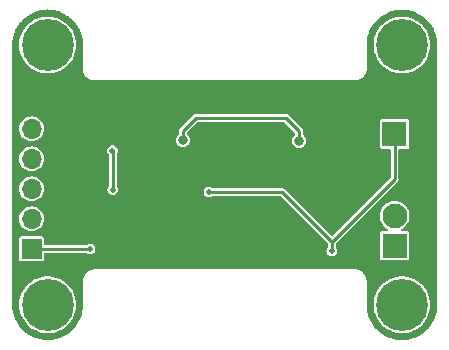
<source format=gbr>
%TF.GenerationSoftware,KiCad,Pcbnew,7.0.2-0*%
%TF.CreationDate,2023-04-20T17:34:09-07:00*%
%TF.ProjectId,RagGuard_V1,52616747-7561-4726-945f-56312e6b6963,rev?*%
%TF.SameCoordinates,Original*%
%TF.FileFunction,Copper,L2,Bot*%
%TF.FilePolarity,Positive*%
%FSLAX46Y46*%
G04 Gerber Fmt 4.6, Leading zero omitted, Abs format (unit mm)*
G04 Created by KiCad (PCBNEW 7.0.2-0) date 2023-04-20 17:34:09*
%MOMM*%
%LPD*%
G01*
G04 APERTURE LIST*
%TA.AperFunction,ComponentPad*%
%ADD10C,2.600000*%
%TD*%
%TA.AperFunction,ConnectorPad*%
%ADD11C,4.400000*%
%TD*%
%TA.AperFunction,ComponentPad*%
%ADD12R,2.100000X2.100000*%
%TD*%
%TA.AperFunction,ComponentPad*%
%ADD13C,2.100000*%
%TD*%
%TA.AperFunction,ComponentPad*%
%ADD14C,0.630000*%
%TD*%
%TA.AperFunction,SMDPad,CuDef*%
%ADD15R,2.600000X3.300000*%
%TD*%
%TA.AperFunction,ComponentPad*%
%ADD16R,1.700000X1.700000*%
%TD*%
%TA.AperFunction,ComponentPad*%
%ADD17O,1.700000X1.700000*%
%TD*%
%TA.AperFunction,ViaPad*%
%ADD18C,0.500000*%
%TD*%
%TA.AperFunction,ViaPad*%
%ADD19C,0.800000*%
%TD*%
%TA.AperFunction,Conductor*%
%ADD20C,0.250000*%
%TD*%
G04 APERTURE END LIST*
D10*
%TO.P,REF\u002A\u002A,1*%
%TO.N,N/C*%
X213000000Y-148000000D03*
D11*
X213000000Y-148000000D03*
%TD*%
D12*
%TO.P,J1,1,Pin_1*%
%TO.N,+12V*%
X212365644Y-133542264D03*
D13*
%TO.P,J1,2,Pin_2*%
%TO.N,GND*%
X212365644Y-131002264D03*
%TD*%
D14*
%TO.P,U3,9,GND*%
%TO.N,GND*%
X201700000Y-140275981D03*
X201700000Y-141575981D03*
X201700000Y-142875981D03*
D15*
X202350000Y-141575981D03*
D14*
X203000000Y-140275981D03*
X203000000Y-141575981D03*
X203000000Y-142875981D03*
%TD*%
D10*
%TO.P,REF\u002A\u002A,1*%
%TO.N,N/C*%
X183000000Y-126000000D03*
D11*
X183000000Y-126000000D03*
%TD*%
D10*
%TO.P,REF\u002A\u002A,1*%
%TO.N,N/C*%
X183000000Y-148000000D03*
D11*
X183000000Y-148000000D03*
%TD*%
D10*
%TO.P,REF\u002A\u002A,1*%
%TO.N,N/C*%
X213000000Y-126000000D03*
D11*
X213000000Y-126000000D03*
%TD*%
D12*
%TO.P,J2,1,Pin_1*%
%TO.N,Net-(J2-Pin_1)*%
X212382475Y-143000000D03*
D13*
%TO.P,J2,2,Pin_2*%
%TO.N,Net-(J2-Pin_2)*%
X212382475Y-140460000D03*
%TD*%
D16*
%TO.P,J4,1,Pin_1*%
%TO.N,+5V*%
X181640422Y-143263047D03*
D17*
%TO.P,J4,2,Pin_2*%
%TO.N,Net-(J4-Pin_2)*%
X181640422Y-140723047D03*
%TO.P,J4,3,Pin_3*%
%TO.N,Net-(J4-Pin_3)*%
X181640422Y-138183047D03*
%TO.P,J4,4,Pin_4*%
%TO.N,Net-(J4-Pin_4)*%
X181640422Y-135643047D03*
%TO.P,J4,5,Pin_5*%
%TO.N,Net-(J4-Pin_5)*%
X181640422Y-133103047D03*
%TO.P,J4,6,Pin_6*%
%TO.N,GND*%
X181640422Y-130563047D03*
%TD*%
D18*
%TO.N,+12V*%
X196654667Y-138442721D03*
X207063296Y-143457739D03*
%TO.N,GND*%
X200804667Y-136261316D03*
X200804667Y-137211316D03*
X198554667Y-137311316D03*
X199454667Y-135411316D03*
X198254667Y-136411316D03*
X198554667Y-135561316D03*
X198254667Y-134711316D03*
D19*
%TO.N,+5V*%
X204304667Y-134111316D03*
D18*
X188491177Y-134945884D03*
D19*
X194454667Y-134061316D03*
D18*
X186592667Y-143267604D03*
X188516233Y-138248416D03*
%TD*%
D20*
%TO.N,+12V*%
X196654667Y-138442721D02*
X196661684Y-138449738D01*
X207063296Y-142689277D02*
X207063296Y-143457739D01*
X202823757Y-138449738D02*
X207063296Y-142689277D01*
X196661684Y-138449738D02*
X202823757Y-138449738D01*
X212382475Y-137370098D02*
X212382475Y-133354763D01*
X207063296Y-142689277D02*
X212382475Y-137370098D01*
%TO.N,+5V*%
X195554667Y-132161316D02*
X203154667Y-132161316D01*
X194454667Y-134061316D02*
X194454667Y-133261316D01*
X186592667Y-143267604D02*
X186588110Y-143263047D01*
X194454667Y-133261316D02*
X195554667Y-132161316D01*
X203154667Y-132161316D02*
X204304667Y-133311316D01*
X186588110Y-143263047D02*
X181640422Y-143263047D01*
X188516233Y-138248416D02*
X188516233Y-134970940D01*
X188516233Y-134970940D02*
X188491177Y-134945884D01*
X204304667Y-133311316D02*
X204304667Y-134111316D01*
%TD*%
%TA.AperFunction,Conductor*%
%TO.N,GND*%
G36*
X183133613Y-123007502D02*
G01*
X183315157Y-123017698D01*
X183325065Y-123018758D01*
X183475647Y-123042608D01*
X183636491Y-123069936D01*
X183645474Y-123071898D01*
X183796693Y-123112418D01*
X183950213Y-123156646D01*
X183958244Y-123159339D01*
X184104991Y-123215670D01*
X184107376Y-123216622D01*
X184246493Y-123274246D01*
X184252662Y-123276801D01*
X184259722Y-123280056D01*
X184400438Y-123351755D01*
X184403372Y-123353312D01*
X184540334Y-123429008D01*
X184546329Y-123432605D01*
X184679181Y-123518881D01*
X184682504Y-123521137D01*
X184784673Y-123593630D01*
X184809788Y-123611450D01*
X184814798Y-123615249D01*
X184934862Y-123712475D01*
X184938050Y-123715056D01*
X184941715Y-123718175D01*
X185057931Y-123822032D01*
X185061967Y-123825847D01*
X185174151Y-123938031D01*
X185177966Y-123942067D01*
X185281823Y-124058283D01*
X185284942Y-124061948D01*
X185384746Y-124185196D01*
X185388548Y-124190210D01*
X185478846Y-124317472D01*
X185481134Y-124320842D01*
X185567382Y-124453652D01*
X185571001Y-124459683D01*
X185646681Y-124596617D01*
X185648243Y-124599560D01*
X185719942Y-124740276D01*
X185723197Y-124747336D01*
X185783376Y-124892622D01*
X185784337Y-124895029D01*
X185840653Y-125041738D01*
X185843359Y-125049809D01*
X185887579Y-125203297D01*
X185928096Y-125354509D01*
X185930067Y-125363537D01*
X185957394Y-125524368D01*
X185981239Y-125674921D01*
X185982301Y-125684853D01*
X185992509Y-125866617D01*
X185999364Y-125997405D01*
X185999500Y-126002586D01*
X185999500Y-127955685D01*
X185996534Y-127964812D01*
X185999023Y-127990081D01*
X185999500Y-127999785D01*
X185999499Y-128087531D01*
X186014541Y-128172837D01*
X186013883Y-128177518D01*
X186015700Y-128183508D01*
X186018458Y-128195054D01*
X186029899Y-128259940D01*
X186065785Y-128358535D01*
X186065964Y-128363687D01*
X186067964Y-128367427D01*
X186073683Y-128380234D01*
X186089773Y-128424441D01*
X186149601Y-128528066D01*
X186150873Y-128534054D01*
X186153094Y-128536760D01*
X186162300Y-128550060D01*
X186177308Y-128576055D01*
X186177309Y-128576057D01*
X186178028Y-128577301D01*
X186184188Y-128586413D01*
X186184209Y-128586422D01*
X186195839Y-128598141D01*
X186262929Y-128678096D01*
X186265601Y-128684709D01*
X186267728Y-128686455D01*
X186280763Y-128699349D01*
X186289836Y-128710162D01*
X186300650Y-128719236D01*
X186310247Y-128728938D01*
X186321902Y-128737069D01*
X186401857Y-128804159D01*
X186406129Y-128810995D01*
X186407729Y-128811851D01*
X186422700Y-128821973D01*
X186423944Y-128822691D01*
X186423945Y-128822692D01*
X186449939Y-128837699D01*
X186461170Y-128845473D01*
X186471932Y-128850398D01*
X186575555Y-128910225D01*
X186619766Y-128926317D01*
X186632138Y-128931841D01*
X186641459Y-128934212D01*
X186740062Y-128970101D01*
X186804960Y-128981544D01*
X186816503Y-128984302D01*
X186818287Y-128984843D01*
X186827155Y-128985457D01*
X186912468Y-129000500D01*
X187000223Y-129000500D01*
X187009926Y-129000977D01*
X187025886Y-129002548D01*
X187044313Y-129000500D01*
X208955686Y-129000500D01*
X208964811Y-129003464D01*
X208990073Y-129000977D01*
X208999776Y-129000500D01*
X209087530Y-129000500D01*
X209087532Y-129000500D01*
X209172838Y-128985458D01*
X209177515Y-128986115D01*
X209183495Y-128984302D01*
X209195045Y-128981543D01*
X209259938Y-128970101D01*
X209259937Y-128970100D01*
X209358536Y-128934213D01*
X209363683Y-128934034D01*
X209367416Y-128932039D01*
X209380218Y-128926322D01*
X209424445Y-128910225D01*
X209528068Y-128850397D01*
X209534055Y-128849124D01*
X209536755Y-128846909D01*
X209550062Y-128837699D01*
X209576055Y-128822692D01*
X209576059Y-128822688D01*
X209577300Y-128821972D01*
X209586419Y-128815807D01*
X209586429Y-128815783D01*
X209598142Y-128804159D01*
X209644022Y-128765661D01*
X209678097Y-128737069D01*
X209684709Y-128734397D01*
X209686451Y-128732275D01*
X209699343Y-128719241D01*
X209710163Y-128710163D01*
X209719241Y-128699343D01*
X209728932Y-128689757D01*
X209737064Y-128678102D01*
X209804158Y-128598142D01*
X209810994Y-128593870D01*
X209811848Y-128592274D01*
X209821972Y-128577300D01*
X209822688Y-128576059D01*
X209822692Y-128576055D01*
X209837700Y-128550060D01*
X209845466Y-128538838D01*
X209850392Y-128528076D01*
X209910225Y-128424445D01*
X209926322Y-128380218D01*
X209931838Y-128367865D01*
X209934214Y-128358535D01*
X209970101Y-128259938D01*
X209981543Y-128195043D01*
X209984302Y-128183495D01*
X209984841Y-128181717D01*
X209985457Y-128172846D01*
X210000500Y-128087532D01*
X210000500Y-128000000D01*
X210000500Y-127999775D01*
X210000977Y-127990071D01*
X210002547Y-127974121D01*
X210000500Y-127955685D01*
X210000500Y-126002773D01*
X210000578Y-126000000D01*
X210594754Y-126000000D01*
X210613720Y-126301457D01*
X210614302Y-126304511D01*
X210614304Y-126304522D01*
X210669736Y-126595106D01*
X210670319Y-126598160D01*
X210671276Y-126601106D01*
X210671277Y-126601109D01*
X210762696Y-126882468D01*
X210762699Y-126882476D01*
X210763659Y-126885430D01*
X210892267Y-127158736D01*
X211054115Y-127413768D01*
X211056100Y-127416167D01*
X211244669Y-127644109D01*
X211244674Y-127644115D01*
X211246651Y-127646504D01*
X211466838Y-127853274D01*
X211469357Y-127855104D01*
X211633170Y-127974121D01*
X211711205Y-128030816D01*
X211975896Y-128176332D01*
X212256738Y-128287525D01*
X212549302Y-128362642D01*
X212848973Y-128400500D01*
X212852078Y-128400500D01*
X213147922Y-128400500D01*
X213151027Y-128400500D01*
X213450698Y-128362642D01*
X213743262Y-128287525D01*
X214024104Y-128176332D01*
X214288795Y-128030816D01*
X214533162Y-127853274D01*
X214753349Y-127646504D01*
X214945885Y-127413768D01*
X215107733Y-127158736D01*
X215236341Y-126885430D01*
X215329681Y-126598160D01*
X215386280Y-126301457D01*
X215405246Y-126000000D01*
X215386280Y-125698543D01*
X215329681Y-125401840D01*
X215236341Y-125114570D01*
X215107733Y-124841264D01*
X214945885Y-124586232D01*
X214774242Y-124378751D01*
X214755330Y-124355890D01*
X214755325Y-124355885D01*
X214753349Y-124353496D01*
X214579468Y-124190210D01*
X214535435Y-124148860D01*
X214535430Y-124148856D01*
X214533162Y-124146726D01*
X214509923Y-124129842D01*
X214291309Y-123971010D01*
X214291303Y-123971006D01*
X214288795Y-123969184D01*
X214232128Y-123938031D01*
X214072591Y-123850324D01*
X214024104Y-123823668D01*
X214021223Y-123822527D01*
X214021216Y-123822524D01*
X213808915Y-123738469D01*
X213743262Y-123712475D01*
X213740259Y-123711704D01*
X213740253Y-123711702D01*
X213453705Y-123638130D01*
X213453704Y-123638129D01*
X213450698Y-123637358D01*
X213447617Y-123636968D01*
X213447613Y-123636968D01*
X213154110Y-123599889D01*
X213154102Y-123599888D01*
X213151027Y-123599500D01*
X212848973Y-123599500D01*
X212845898Y-123599888D01*
X212845889Y-123599889D01*
X212552386Y-123636968D01*
X212552379Y-123636969D01*
X212549302Y-123637358D01*
X212546298Y-123638129D01*
X212546294Y-123638130D01*
X212259746Y-123711702D01*
X212259735Y-123711705D01*
X212256738Y-123712475D01*
X212253851Y-123713617D01*
X212253848Y-123713619D01*
X211978783Y-123822524D01*
X211978770Y-123822530D01*
X211975896Y-123823668D01*
X211973179Y-123825161D01*
X211973174Y-123825164D01*
X211713932Y-123967684D01*
X211713922Y-123967690D01*
X211711205Y-123969184D01*
X211708703Y-123971001D01*
X211708690Y-123971010D01*
X211469357Y-124144895D01*
X211469348Y-124144901D01*
X211466838Y-124146726D01*
X211464576Y-124148849D01*
X211464564Y-124148860D01*
X211284940Y-124317540D01*
X211246651Y-124353496D01*
X211244681Y-124355876D01*
X211244669Y-124355890D01*
X211056100Y-124583832D01*
X211054115Y-124586232D01*
X211052449Y-124588856D01*
X211052444Y-124588864D01*
X210893935Y-124838634D01*
X210893928Y-124838646D01*
X210892267Y-124841264D01*
X210890944Y-124844074D01*
X210890942Y-124844079D01*
X210794151Y-125049772D01*
X210763659Y-125114570D01*
X210762701Y-125117518D01*
X210762696Y-125117531D01*
X210671277Y-125398890D01*
X210671275Y-125398897D01*
X210670319Y-125401840D01*
X210669738Y-125404883D01*
X210669736Y-125404893D01*
X210614304Y-125695477D01*
X210614302Y-125695490D01*
X210613720Y-125698543D01*
X210594754Y-126000000D01*
X210000578Y-126000000D01*
X210000656Y-125997222D01*
X210013965Y-125760230D01*
X210019349Y-125667791D01*
X210020576Y-125657001D01*
X210052965Y-125466374D01*
X210077009Y-125330015D01*
X210079372Y-125319815D01*
X210130405Y-125142675D01*
X210172812Y-125001029D01*
X210176175Y-124991574D01*
X210245302Y-124824687D01*
X210305495Y-124685145D01*
X210309721Y-124676531D01*
X210396183Y-124520090D01*
X210473316Y-124386496D01*
X210478264Y-124378781D01*
X210580413Y-124234815D01*
X210581597Y-124233187D01*
X210674073Y-124108970D01*
X210679618Y-124102177D01*
X210796632Y-123971239D01*
X210798276Y-123969449D01*
X210905131Y-123856188D01*
X210911158Y-123850324D01*
X211041519Y-123733826D01*
X211043801Y-123731848D01*
X211163486Y-123631421D01*
X211169803Y-123626541D01*
X211312100Y-123525577D01*
X211314881Y-123523677D01*
X211445770Y-123437591D01*
X211452236Y-123433685D01*
X211604631Y-123349459D01*
X211607960Y-123347704D01*
X211748304Y-123277221D01*
X211754777Y-123274260D01*
X211915398Y-123207728D01*
X211919350Y-123206192D01*
X212067052Y-123152432D01*
X212073450Y-123150348D01*
X212240383Y-123102256D01*
X212244839Y-123101086D01*
X212397987Y-123064790D01*
X212404158Y-123063536D01*
X212575267Y-123034464D01*
X212580263Y-123033747D01*
X212736667Y-123015466D01*
X212742578Y-123014956D01*
X212915738Y-123005231D01*
X212921289Y-123005076D01*
X213078711Y-123005076D01*
X213084261Y-123005231D01*
X213257415Y-123014955D01*
X213263338Y-123015467D01*
X213419725Y-123033746D01*
X213424743Y-123034465D01*
X213595829Y-123063534D01*
X213602024Y-123064792D01*
X213755140Y-123101081D01*
X213759637Y-123102262D01*
X213926532Y-123150343D01*
X213932964Y-123152438D01*
X214080617Y-123206180D01*
X214084628Y-123207740D01*
X214245201Y-123274251D01*
X214251716Y-123277231D01*
X214391997Y-123347683D01*
X214395410Y-123349482D01*
X214402290Y-123353285D01*
X214547744Y-123433675D01*
X214554257Y-123437609D01*
X214685064Y-123523642D01*
X214687951Y-123525614D01*
X214830179Y-123626530D01*
X214836527Y-123631433D01*
X214956147Y-123731806D01*
X214958479Y-123733826D01*
X215088840Y-123850324D01*
X215094882Y-123856204D01*
X215201640Y-123969360D01*
X215203440Y-123971321D01*
X215226815Y-123997477D01*
X215320357Y-124102150D01*
X215325948Y-124108999D01*
X215418327Y-124233086D01*
X215419658Y-124234917D01*
X215521713Y-124378751D01*
X215526708Y-124386539D01*
X215603842Y-124520138D01*
X215690273Y-124676523D01*
X215694516Y-124685173D01*
X215754706Y-124824711D01*
X215823817Y-124991558D01*
X215827192Y-125001045D01*
X215869604Y-125142709D01*
X215920627Y-125319815D01*
X215922991Y-125330027D01*
X215947047Y-125466451D01*
X215979419Y-125656982D01*
X215980651Y-125667808D01*
X215986034Y-125760230D01*
X215999343Y-125997222D01*
X215999499Y-126002773D01*
X215999499Y-129019589D01*
X215999500Y-129019594D01*
X215999500Y-147997412D01*
X215999364Y-148002594D01*
X215992509Y-148133382D01*
X215982301Y-148315144D01*
X215981238Y-148325078D01*
X215957394Y-148475629D01*
X215930069Y-148636457D01*
X215928095Y-148645493D01*
X215887579Y-148796702D01*
X215843358Y-148950194D01*
X215840655Y-148958255D01*
X215784337Y-149104969D01*
X215783376Y-149107376D01*
X215723197Y-149252662D01*
X215719942Y-149259722D01*
X215648243Y-149400438D01*
X215646681Y-149403381D01*
X215571001Y-149540315D01*
X215567382Y-149546346D01*
X215481134Y-149679156D01*
X215478846Y-149682526D01*
X215388548Y-149809788D01*
X215384746Y-149814802D01*
X215284942Y-149938050D01*
X215281823Y-149941715D01*
X215177966Y-150057931D01*
X215174151Y-150061967D01*
X215061967Y-150174151D01*
X215057931Y-150177966D01*
X214941715Y-150281823D01*
X214938050Y-150284942D01*
X214814802Y-150384746D01*
X214809788Y-150388548D01*
X214682526Y-150478846D01*
X214679156Y-150481134D01*
X214546346Y-150567382D01*
X214540315Y-150571001D01*
X214403381Y-150646681D01*
X214400438Y-150648243D01*
X214259722Y-150719942D01*
X214252662Y-150723197D01*
X214107376Y-150783376D01*
X214104969Y-150784337D01*
X213958260Y-150840653D01*
X213950189Y-150843359D01*
X213796702Y-150887579D01*
X213645489Y-150928096D01*
X213636461Y-150930067D01*
X213475631Y-150957394D01*
X213325077Y-150981239D01*
X213315145Y-150982301D01*
X213133382Y-150992509D01*
X213005181Y-150999228D01*
X212994819Y-150999228D01*
X212866618Y-150992509D01*
X212684854Y-150982301D01*
X212674919Y-150981238D01*
X212524369Y-150957394D01*
X212393741Y-150935200D01*
X212363536Y-150930068D01*
X212354505Y-150928095D01*
X212203297Y-150887579D01*
X212049804Y-150843358D01*
X212041743Y-150840655D01*
X211895029Y-150784337D01*
X211892622Y-150783376D01*
X211747336Y-150723197D01*
X211740276Y-150719942D01*
X211599560Y-150648243D01*
X211596617Y-150646681D01*
X211459683Y-150571001D01*
X211453652Y-150567382D01*
X211445963Y-150562389D01*
X211320840Y-150481132D01*
X211317472Y-150478846D01*
X211311183Y-150474384D01*
X211287286Y-150457427D01*
X211190210Y-150388548D01*
X211185196Y-150384746D01*
X211061948Y-150284942D01*
X211058283Y-150281823D01*
X210942067Y-150177966D01*
X210938031Y-150174151D01*
X210825847Y-150061967D01*
X210822032Y-150057931D01*
X210799140Y-150032315D01*
X210718169Y-149941708D01*
X210715056Y-149938050D01*
X210660078Y-149870158D01*
X210615249Y-149814798D01*
X210611450Y-149809788D01*
X210581028Y-149766912D01*
X210521137Y-149682504D01*
X210518881Y-149679181D01*
X210432605Y-149546329D01*
X210429008Y-149540334D01*
X210353312Y-149403372D01*
X210351755Y-149400438D01*
X210280056Y-149259722D01*
X210276801Y-149252662D01*
X210216622Y-149107376D01*
X210215661Y-149104969D01*
X210159342Y-148958251D01*
X210156639Y-148950189D01*
X210129875Y-148857290D01*
X210112414Y-148796679D01*
X210071903Y-148645490D01*
X210069931Y-148636460D01*
X210069930Y-148636457D01*
X210042601Y-148475606D01*
X210018756Y-148325050D01*
X210017698Y-148315161D01*
X210007490Y-148133382D01*
X210000635Y-148002594D01*
X210000567Y-148000000D01*
X210594754Y-148000000D01*
X210613720Y-148301457D01*
X210614302Y-148304511D01*
X210614304Y-148304522D01*
X210657993Y-148533547D01*
X210670319Y-148598160D01*
X210671276Y-148601106D01*
X210671277Y-148601109D01*
X210762696Y-148882468D01*
X210762699Y-148882476D01*
X210763659Y-148885430D01*
X210892267Y-149158736D01*
X210893932Y-149161360D01*
X210893935Y-149161365D01*
X211047523Y-149403381D01*
X211054115Y-149413768D01*
X211056100Y-149416167D01*
X211244669Y-149644109D01*
X211244674Y-149644115D01*
X211246651Y-149646504D01*
X211370772Y-149763062D01*
X211425869Y-149814802D01*
X211466838Y-149853274D01*
X211469357Y-149855104D01*
X211708248Y-150028668D01*
X211711205Y-150030816D01*
X211975896Y-150176332D01*
X212256738Y-150287525D01*
X212549302Y-150362642D01*
X212848973Y-150400500D01*
X212852078Y-150400500D01*
X213147922Y-150400500D01*
X213151027Y-150400500D01*
X213450698Y-150362642D01*
X213743262Y-150287525D01*
X214024104Y-150176332D01*
X214288795Y-150030816D01*
X214533162Y-149853274D01*
X214753349Y-149646504D01*
X214945885Y-149413768D01*
X215107733Y-149158736D01*
X215236341Y-148885430D01*
X215329681Y-148598160D01*
X215386280Y-148301457D01*
X215405246Y-148000000D01*
X215386280Y-147698543D01*
X215329681Y-147401840D01*
X215236341Y-147114570D01*
X215107733Y-146841264D01*
X214945885Y-146586232D01*
X214846372Y-146465941D01*
X214755330Y-146355890D01*
X214755325Y-146355885D01*
X214753349Y-146353496D01*
X214617912Y-146226312D01*
X214535435Y-146148860D01*
X214535430Y-146148856D01*
X214533162Y-146146726D01*
X214344872Y-146009926D01*
X214291309Y-145971010D01*
X214291303Y-145971006D01*
X214288795Y-145969184D01*
X214024104Y-145823668D01*
X214021223Y-145822527D01*
X214021216Y-145822524D01*
X213746151Y-145713619D01*
X213746153Y-145713619D01*
X213743262Y-145712475D01*
X213740259Y-145711704D01*
X213740253Y-145711702D01*
X213453705Y-145638130D01*
X213453704Y-145638129D01*
X213450698Y-145637358D01*
X213447617Y-145636968D01*
X213447613Y-145636968D01*
X213154110Y-145599889D01*
X213154102Y-145599888D01*
X213151027Y-145599500D01*
X212848973Y-145599500D01*
X212845898Y-145599888D01*
X212845889Y-145599889D01*
X212552386Y-145636968D01*
X212552379Y-145636969D01*
X212549302Y-145637358D01*
X212546298Y-145638129D01*
X212546294Y-145638130D01*
X212259746Y-145711702D01*
X212259735Y-145711705D01*
X212256738Y-145712475D01*
X212253851Y-145713617D01*
X212253848Y-145713619D01*
X211978783Y-145822524D01*
X211978770Y-145822530D01*
X211975896Y-145823668D01*
X211973179Y-145825161D01*
X211973174Y-145825164D01*
X211713932Y-145967684D01*
X211713922Y-145967690D01*
X211711205Y-145969184D01*
X211708703Y-145971001D01*
X211708690Y-145971010D01*
X211469357Y-146144895D01*
X211469348Y-146144901D01*
X211466838Y-146146726D01*
X211464576Y-146148849D01*
X211464564Y-146148860D01*
X211248918Y-146351367D01*
X211246651Y-146353496D01*
X211244681Y-146355876D01*
X211244669Y-146355890D01*
X211056100Y-146583832D01*
X211054115Y-146586232D01*
X211052449Y-146588856D01*
X211052444Y-146588864D01*
X210893935Y-146838634D01*
X210893928Y-146838646D01*
X210892267Y-146841264D01*
X210763659Y-147114570D01*
X210762701Y-147117518D01*
X210762696Y-147117531D01*
X210671277Y-147398890D01*
X210671275Y-147398897D01*
X210670319Y-147401840D01*
X210669738Y-147404883D01*
X210669736Y-147404893D01*
X210614304Y-147695477D01*
X210614302Y-147695490D01*
X210613720Y-147698543D01*
X210594754Y-148000000D01*
X210000567Y-148000000D01*
X210000500Y-147997414D01*
X210000500Y-146044313D01*
X210003464Y-146035187D01*
X210000977Y-146009926D01*
X210000500Y-146000223D01*
X210000500Y-145912468D01*
X210000500Y-145912466D01*
X209985458Y-145827159D01*
X209986115Y-145822481D01*
X209984302Y-145816503D01*
X209981544Y-145804960D01*
X209970101Y-145740062D01*
X209934212Y-145641461D01*
X209934033Y-145636311D01*
X209932036Y-145632575D01*
X209926317Y-145619766D01*
X209910225Y-145575555D01*
X209850398Y-145471932D01*
X209849125Y-145465944D01*
X209846906Y-145463240D01*
X209837697Y-145449935D01*
X209821973Y-145422700D01*
X209815802Y-145413573D01*
X209815772Y-145413561D01*
X209804159Y-145401857D01*
X209737069Y-145321902D01*
X209734396Y-145315288D01*
X209732271Y-145313544D01*
X209719236Y-145300650D01*
X209710162Y-145289836D01*
X209699349Y-145280763D01*
X209689758Y-145271067D01*
X209678096Y-145262929D01*
X209598141Y-145195839D01*
X209593869Y-145189002D01*
X209592268Y-145188147D01*
X209577301Y-145178028D01*
X209576057Y-145177309D01*
X209576055Y-145177308D01*
X209550060Y-145162300D01*
X209538836Y-145154531D01*
X209528066Y-145149601D01*
X209482282Y-145123167D01*
X209424445Y-145089775D01*
X209424443Y-145089774D01*
X209424441Y-145089773D01*
X209380234Y-145073683D01*
X209367876Y-145068164D01*
X209358535Y-145065785D01*
X209259940Y-145029899D01*
X209195054Y-145018458D01*
X209183508Y-145015700D01*
X209181720Y-145015157D01*
X209172837Y-145014541D01*
X209087532Y-144999500D01*
X209000099Y-144999500D01*
X208999786Y-144999500D01*
X208990082Y-144999023D01*
X208974118Y-144997450D01*
X208955686Y-144999500D01*
X187044313Y-144999500D01*
X187035185Y-144996534D01*
X187009917Y-144999023D01*
X187000213Y-144999500D01*
X186912467Y-144999500D01*
X186827160Y-145014541D01*
X186822477Y-145013882D01*
X186816486Y-145015700D01*
X186804944Y-145018458D01*
X186740063Y-145029898D01*
X186641463Y-145065786D01*
X186636309Y-145065965D01*
X186632565Y-145067967D01*
X186619762Y-145073684D01*
X186575554Y-145089775D01*
X186471930Y-145149602D01*
X186465943Y-145150874D01*
X186463235Y-145153097D01*
X186449933Y-145162303D01*
X186422698Y-145178027D01*
X186413582Y-145184190D01*
X186413572Y-145184215D01*
X186401858Y-145195840D01*
X186321901Y-145262931D01*
X186315287Y-145265603D01*
X186313540Y-145267732D01*
X186300654Y-145280759D01*
X186289836Y-145289836D01*
X186280759Y-145300654D01*
X186271064Y-145310243D01*
X186262931Y-145321901D01*
X186195840Y-145401858D01*
X186189000Y-145406131D01*
X186188143Y-145407736D01*
X186178027Y-145422698D01*
X186162303Y-145449933D01*
X186154528Y-145461166D01*
X186149602Y-145471930D01*
X186089775Y-145575554D01*
X186073684Y-145619762D01*
X186068162Y-145632127D01*
X186065786Y-145641463D01*
X186029898Y-145740063D01*
X186018458Y-145804944D01*
X186015700Y-145816486D01*
X186015156Y-145818279D01*
X186014541Y-145827160D01*
X185999500Y-145912466D01*
X185999500Y-146000213D01*
X185999023Y-146009917D01*
X185997450Y-146025880D01*
X185999500Y-146044313D01*
X185999499Y-147997226D01*
X185999343Y-148002777D01*
X185986034Y-148239769D01*
X185980650Y-148332191D01*
X185979419Y-148343016D01*
X185947047Y-148533547D01*
X185922991Y-148669971D01*
X185920626Y-148680183D01*
X185869604Y-148857290D01*
X185827192Y-148998953D01*
X185823816Y-149008440D01*
X185754706Y-149175288D01*
X185694516Y-149314825D01*
X185690262Y-149323495D01*
X185603844Y-149479858D01*
X185526706Y-149613465D01*
X185521716Y-149621243D01*
X185419658Y-149765081D01*
X185418327Y-149766912D01*
X185325948Y-149890999D01*
X185320357Y-149897848D01*
X185203449Y-150028668D01*
X185201640Y-150030638D01*
X185094882Y-150143794D01*
X185088840Y-150149674D01*
X184958479Y-150266172D01*
X184956147Y-150268192D01*
X184836527Y-150368565D01*
X184830179Y-150373468D01*
X184687951Y-150474384D01*
X184685064Y-150476356D01*
X184554257Y-150562389D01*
X184547744Y-150566323D01*
X184395420Y-150650510D01*
X184391963Y-150652333D01*
X184251735Y-150722758D01*
X184245189Y-150725752D01*
X184084628Y-150792258D01*
X184080603Y-150793823D01*
X183932974Y-150847556D01*
X183926521Y-150849658D01*
X183759675Y-150897726D01*
X183755099Y-150898927D01*
X183602049Y-150935200D01*
X183595801Y-150936469D01*
X183424779Y-150965527D01*
X183419689Y-150966257D01*
X183263346Y-150984530D01*
X183257405Y-150985043D01*
X183090326Y-150994427D01*
X183084260Y-150994768D01*
X183078711Y-150994924D01*
X182921289Y-150994924D01*
X182915739Y-150994768D01*
X182909232Y-150994402D01*
X182742593Y-150985043D01*
X182736652Y-150984530D01*
X182580309Y-150966257D01*
X182575219Y-150965527D01*
X182404197Y-150936469D01*
X182397949Y-150935200D01*
X182244899Y-150898927D01*
X182240323Y-150897726D01*
X182073477Y-150849658D01*
X182067024Y-150847556D01*
X181919395Y-150793823D01*
X181915370Y-150792258D01*
X181754809Y-150725752D01*
X181748263Y-150722758D01*
X181608035Y-150652333D01*
X181604578Y-150650510D01*
X181452254Y-150566323D01*
X181445741Y-150562389D01*
X181314934Y-150476356D01*
X181312047Y-150474384D01*
X181169819Y-150373468D01*
X181163471Y-150368565D01*
X181043851Y-150268192D01*
X181041519Y-150266172D01*
X180911158Y-150149674D01*
X180905116Y-150143794D01*
X180824108Y-150057931D01*
X180798345Y-150030623D01*
X180796549Y-150028668D01*
X180777236Y-150007057D01*
X180679637Y-149897843D01*
X180674056Y-149891006D01*
X180581659Y-149766895D01*
X180580340Y-149765081D01*
X180578907Y-149763062D01*
X180478282Y-149621243D01*
X180473290Y-149613459D01*
X180396164Y-149479873D01*
X180309717Y-149323459D01*
X180305488Y-149314838D01*
X180245293Y-149175288D01*
X180204480Y-149076759D01*
X180176176Y-149008427D01*
X180172808Y-148998958D01*
X180130394Y-148857286D01*
X180112940Y-148796702D01*
X180079367Y-148680170D01*
X180077008Y-148669976D01*
X180052952Y-148533547D01*
X180020577Y-148343000D01*
X180019348Y-148332204D01*
X180013965Y-148239768D01*
X180000656Y-148002777D01*
X180000578Y-148000000D01*
X180594754Y-148000000D01*
X180613720Y-148301457D01*
X180614302Y-148304511D01*
X180614304Y-148304522D01*
X180657993Y-148533547D01*
X180670319Y-148598160D01*
X180671276Y-148601106D01*
X180671277Y-148601109D01*
X180762696Y-148882468D01*
X180762699Y-148882476D01*
X180763659Y-148885430D01*
X180892267Y-149158736D01*
X180893932Y-149161360D01*
X180893935Y-149161365D01*
X181047523Y-149403381D01*
X181054115Y-149413768D01*
X181056100Y-149416167D01*
X181244669Y-149644109D01*
X181244674Y-149644115D01*
X181246651Y-149646504D01*
X181370772Y-149763062D01*
X181425869Y-149814802D01*
X181466838Y-149853274D01*
X181469357Y-149855104D01*
X181708248Y-150028668D01*
X181711205Y-150030816D01*
X181975896Y-150176332D01*
X182256738Y-150287525D01*
X182549302Y-150362642D01*
X182848973Y-150400500D01*
X182852078Y-150400500D01*
X183147922Y-150400500D01*
X183151027Y-150400500D01*
X183450698Y-150362642D01*
X183743262Y-150287525D01*
X184024104Y-150176332D01*
X184288795Y-150030816D01*
X184533162Y-149853274D01*
X184753349Y-149646504D01*
X184945885Y-149413768D01*
X185107733Y-149158736D01*
X185236341Y-148885430D01*
X185329681Y-148598160D01*
X185386280Y-148301457D01*
X185405246Y-148000000D01*
X185386280Y-147698543D01*
X185329681Y-147401840D01*
X185236341Y-147114570D01*
X185107733Y-146841264D01*
X184945885Y-146586232D01*
X184846372Y-146465941D01*
X184755330Y-146355890D01*
X184755325Y-146355885D01*
X184753349Y-146353496D01*
X184617912Y-146226312D01*
X184535435Y-146148860D01*
X184535430Y-146148856D01*
X184533162Y-146146726D01*
X184344872Y-146009926D01*
X184291309Y-145971010D01*
X184291303Y-145971006D01*
X184288795Y-145969184D01*
X184024104Y-145823668D01*
X184021223Y-145822527D01*
X184021216Y-145822524D01*
X183746151Y-145713619D01*
X183746153Y-145713619D01*
X183743262Y-145712475D01*
X183740259Y-145711704D01*
X183740253Y-145711702D01*
X183453705Y-145638130D01*
X183453704Y-145638129D01*
X183450698Y-145637358D01*
X183447617Y-145636968D01*
X183447613Y-145636968D01*
X183154110Y-145599889D01*
X183154102Y-145599888D01*
X183151027Y-145599500D01*
X182848973Y-145599500D01*
X182845898Y-145599888D01*
X182845889Y-145599889D01*
X182552386Y-145636968D01*
X182552379Y-145636969D01*
X182549302Y-145637358D01*
X182546298Y-145638129D01*
X182546294Y-145638130D01*
X182259746Y-145711702D01*
X182259735Y-145711705D01*
X182256738Y-145712475D01*
X182253851Y-145713617D01*
X182253848Y-145713619D01*
X181978783Y-145822524D01*
X181978770Y-145822530D01*
X181975896Y-145823668D01*
X181973179Y-145825161D01*
X181973174Y-145825164D01*
X181713932Y-145967684D01*
X181713922Y-145967690D01*
X181711205Y-145969184D01*
X181708703Y-145971001D01*
X181708690Y-145971010D01*
X181469357Y-146144895D01*
X181469348Y-146144901D01*
X181466838Y-146146726D01*
X181464576Y-146148849D01*
X181464564Y-146148860D01*
X181248918Y-146351367D01*
X181246651Y-146353496D01*
X181244681Y-146355876D01*
X181244669Y-146355890D01*
X181056100Y-146583832D01*
X181054115Y-146586232D01*
X181052449Y-146588856D01*
X181052444Y-146588864D01*
X180893935Y-146838634D01*
X180893928Y-146838646D01*
X180892267Y-146841264D01*
X180763659Y-147114570D01*
X180762701Y-147117518D01*
X180762696Y-147117531D01*
X180671277Y-147398890D01*
X180671275Y-147398897D01*
X180670319Y-147401840D01*
X180669738Y-147404883D01*
X180669736Y-147404893D01*
X180614304Y-147695477D01*
X180614302Y-147695490D01*
X180613720Y-147698543D01*
X180594754Y-148000000D01*
X180000578Y-148000000D01*
X180000500Y-147997226D01*
X180000500Y-144132793D01*
X180589922Y-144132793D01*
X180601555Y-144191278D01*
X180645869Y-144257599D01*
X180690184Y-144287209D01*
X180712191Y-144301914D01*
X180770674Y-144313547D01*
X180770675Y-144313547D01*
X182510169Y-144313547D01*
X182510170Y-144313547D01*
X182568653Y-144301914D01*
X182634974Y-144257599D01*
X182679289Y-144191278D01*
X182690922Y-144132795D01*
X182690922Y-143687547D01*
X182709829Y-143629356D01*
X182759329Y-143593392D01*
X182789922Y-143588547D01*
X186229724Y-143588547D01*
X186283248Y-143604263D01*
X186294616Y-143611569D01*
X186294618Y-143611571D01*
X186403598Y-143681608D01*
X186527895Y-143718104D01*
X186657439Y-143718104D01*
X186781736Y-143681608D01*
X186890716Y-143611571D01*
X186975549Y-143513667D01*
X186975548Y-143513667D01*
X186975550Y-143513666D01*
X187029364Y-143395831D01*
X187047800Y-143267603D01*
X187029364Y-143139376D01*
X186975550Y-143021541D01*
X186890717Y-142923638D01*
X186890716Y-142923637D01*
X186799646Y-142865110D01*
X186781735Y-142853599D01*
X186657439Y-142817104D01*
X186527895Y-142817104D01*
X186403596Y-142853600D01*
X186297427Y-142921831D01*
X186243904Y-142937547D01*
X182789922Y-142937547D01*
X182731731Y-142918640D01*
X182695767Y-142869140D01*
X182690922Y-142838547D01*
X182690922Y-142393300D01*
X182690922Y-142393299D01*
X182679289Y-142334816D01*
X182664584Y-142312809D01*
X182634974Y-142268494D01*
X182568653Y-142224180D01*
X182568653Y-142224179D01*
X182510170Y-142212547D01*
X180770674Y-142212547D01*
X180741432Y-142218363D01*
X180712190Y-142224180D01*
X180645869Y-142268494D01*
X180601555Y-142334815D01*
X180589922Y-142393300D01*
X180589922Y-144132793D01*
X180000500Y-144132793D01*
X180000500Y-140723047D01*
X180584838Y-140723047D01*
X180605121Y-140928980D01*
X180665189Y-141126999D01*
X180665190Y-141127001D01*
X180762737Y-141309497D01*
X180894012Y-141469457D01*
X181053972Y-141600732D01*
X181236468Y-141698279D01*
X181405323Y-141749500D01*
X181434488Y-141758347D01*
X181640421Y-141778630D01*
X181640421Y-141778629D01*
X181640422Y-141778630D01*
X181846356Y-141758347D01*
X182044376Y-141698279D01*
X182226872Y-141600732D01*
X182386832Y-141469457D01*
X182518107Y-141309497D01*
X182615654Y-141127001D01*
X182675722Y-140928981D01*
X182696005Y-140723047D01*
X182675722Y-140517113D01*
X182615654Y-140319093D01*
X182518107Y-140136597D01*
X182386832Y-139976637D01*
X182226872Y-139845362D01*
X182044376Y-139747815D01*
X182044375Y-139747814D01*
X182044374Y-139747814D01*
X181846355Y-139687746D01*
X181640421Y-139667463D01*
X181434488Y-139687746D01*
X181236469Y-139747814D01*
X181053971Y-139845362D01*
X180894012Y-139976637D01*
X180762737Y-140136596D01*
X180665189Y-140319094D01*
X180605121Y-140517113D01*
X180584838Y-140723047D01*
X180000500Y-140723047D01*
X180000500Y-138183047D01*
X180584838Y-138183047D01*
X180605121Y-138388980D01*
X180637124Y-138494479D01*
X180665190Y-138587001D01*
X180762737Y-138769497D01*
X180894012Y-138929457D01*
X181053972Y-139060732D01*
X181236468Y-139158279D01*
X181434488Y-139218347D01*
X181640422Y-139238630D01*
X181846356Y-139218347D01*
X182044376Y-139158279D01*
X182226872Y-139060732D01*
X182386832Y-138929457D01*
X182518107Y-138769497D01*
X182615654Y-138587001D01*
X182675722Y-138388981D01*
X182696005Y-138183047D01*
X182691681Y-138139150D01*
X182675722Y-137977113D01*
X182615654Y-137779094D01*
X182615654Y-137779093D01*
X182518107Y-137596597D01*
X182386832Y-137436637D01*
X182226872Y-137305362D01*
X182044376Y-137207815D01*
X182044375Y-137207814D01*
X182044374Y-137207814D01*
X181846355Y-137147746D01*
X181640421Y-137127463D01*
X181434488Y-137147746D01*
X181236469Y-137207814D01*
X181053971Y-137305362D01*
X180894012Y-137436637D01*
X180762737Y-137596596D01*
X180665189Y-137779094D01*
X180605121Y-137977113D01*
X180584838Y-138183047D01*
X180000500Y-138183047D01*
X180000500Y-135643046D01*
X180584838Y-135643046D01*
X180605121Y-135848980D01*
X180665189Y-136046999D01*
X180665190Y-136047001D01*
X180762737Y-136229497D01*
X180894012Y-136389457D01*
X181053972Y-136520732D01*
X181236468Y-136618279D01*
X181434488Y-136678347D01*
X181640422Y-136698630D01*
X181846356Y-136678347D01*
X182044376Y-136618279D01*
X182226872Y-136520732D01*
X182386832Y-136389457D01*
X182518107Y-136229497D01*
X182615654Y-136047001D01*
X182675722Y-135848981D01*
X182696005Y-135643047D01*
X182675722Y-135437113D01*
X182615654Y-135239093D01*
X182518107Y-135056597D01*
X182427247Y-134945883D01*
X188036043Y-134945883D01*
X188054479Y-135074109D01*
X188108295Y-135191947D01*
X188166552Y-135259179D01*
X188190370Y-135315538D01*
X188190733Y-135324010D01*
X188190733Y-137899204D01*
X188171826Y-137957395D01*
X188166553Y-137964034D01*
X188133350Y-138002352D01*
X188079535Y-138120190D01*
X188061099Y-138248415D01*
X188079535Y-138376643D01*
X188133349Y-138494478D01*
X188218182Y-138592381D01*
X188218184Y-138592383D01*
X188327164Y-138662420D01*
X188451461Y-138698916D01*
X188581005Y-138698916D01*
X188705302Y-138662420D01*
X188814282Y-138592383D01*
X188899115Y-138494479D01*
X188899114Y-138494479D01*
X188899116Y-138494478D01*
X188922753Y-138442721D01*
X196199533Y-138442721D01*
X196217969Y-138570948D01*
X196271783Y-138688783D01*
X196356616Y-138786686D01*
X196356618Y-138786688D01*
X196465598Y-138856725D01*
X196589895Y-138893221D01*
X196719439Y-138893221D01*
X196843736Y-138856725D01*
X196879304Y-138833866D01*
X196946079Y-138790954D01*
X196999602Y-138775238D01*
X202647923Y-138775238D01*
X202706114Y-138794145D01*
X202717927Y-138804234D01*
X206708800Y-142795107D01*
X206736577Y-142849624D01*
X206737796Y-142865111D01*
X206737796Y-143108527D01*
X206718889Y-143166718D01*
X206713616Y-143173357D01*
X206680413Y-143211675D01*
X206626598Y-143329513D01*
X206608162Y-143457738D01*
X206626598Y-143585966D01*
X206680412Y-143703801D01*
X206765245Y-143801704D01*
X206765247Y-143801706D01*
X206874227Y-143871743D01*
X206998524Y-143908239D01*
X207128068Y-143908239D01*
X207252365Y-143871743D01*
X207361345Y-143801706D01*
X207446178Y-143703802D01*
X207446177Y-143703802D01*
X207446179Y-143703801D01*
X207499993Y-143585966D01*
X207518429Y-143457739D01*
X207499993Y-143329513D01*
X207446178Y-143211675D01*
X207412976Y-143173357D01*
X207389159Y-143116997D01*
X207388796Y-143108527D01*
X207388796Y-142865110D01*
X207407703Y-142806919D01*
X207417786Y-142795112D01*
X209752898Y-140460000D01*
X211127197Y-140460000D01*
X211146267Y-140677973D01*
X211146267Y-140677976D01*
X211146268Y-140677977D01*
X211174583Y-140783653D01*
X211202901Y-140889334D01*
X211295371Y-141087636D01*
X211295372Y-141087638D01*
X211295373Y-141087639D01*
X211420877Y-141266877D01*
X211575598Y-141421598D01*
X211754836Y-141547102D01*
X211784160Y-141560776D01*
X211828907Y-141602504D01*
X211840582Y-141662565D01*
X211814724Y-141718018D01*
X211761210Y-141747681D01*
X211742320Y-141749500D01*
X211312727Y-141749500D01*
X211283485Y-141755316D01*
X211254243Y-141761133D01*
X211187922Y-141805447D01*
X211143608Y-141871768D01*
X211131975Y-141930253D01*
X211131975Y-144069746D01*
X211143608Y-144128231D01*
X211187922Y-144194552D01*
X211232236Y-144224162D01*
X211254244Y-144238867D01*
X211312727Y-144250500D01*
X211312728Y-144250500D01*
X213452222Y-144250500D01*
X213452223Y-144250500D01*
X213510706Y-144238867D01*
X213577027Y-144194552D01*
X213621342Y-144128231D01*
X213632975Y-144069748D01*
X213632975Y-141930252D01*
X213621342Y-141871769D01*
X213606637Y-141849761D01*
X213577027Y-141805447D01*
X213510706Y-141761133D01*
X213496700Y-141758347D01*
X213452223Y-141749500D01*
X213022630Y-141749500D01*
X212964439Y-141730593D01*
X212928475Y-141681093D01*
X212928475Y-141619907D01*
X212964439Y-141570407D01*
X212980786Y-141560777D01*
X213010114Y-141547102D01*
X213189352Y-141421598D01*
X213344073Y-141266877D01*
X213469577Y-141087639D01*
X213562050Y-140889330D01*
X213618682Y-140677977D01*
X213637752Y-140460000D01*
X213618682Y-140242023D01*
X213562050Y-140030670D01*
X213469577Y-139832362D01*
X213344073Y-139653123D01*
X213189352Y-139498402D01*
X213010114Y-139372898D01*
X213010113Y-139372897D01*
X213010111Y-139372896D01*
X212811809Y-139280426D01*
X212600448Y-139223792D01*
X212382475Y-139204722D01*
X212164501Y-139223792D01*
X211953140Y-139280426D01*
X211754839Y-139372896D01*
X211575601Y-139498399D01*
X211420874Y-139653126D01*
X211295371Y-139832364D01*
X211202901Y-140030665D01*
X211146267Y-140242026D01*
X211127197Y-140460000D01*
X209752898Y-140460000D01*
X212599541Y-137613356D01*
X212605885Y-137607542D01*
X212635669Y-137582553D01*
X212655107Y-137548883D01*
X212659729Y-137541627D01*
X212682029Y-137509782D01*
X212682417Y-137508330D01*
X212692313Y-137484441D01*
X212693063Y-137483143D01*
X212699810Y-137444875D01*
X212701676Y-137436457D01*
X212711739Y-137398905D01*
X212708349Y-137360169D01*
X212707974Y-137351585D01*
X212707974Y-134891763D01*
X212726882Y-134833573D01*
X212776382Y-134797609D01*
X212806975Y-134792764D01*
X213435391Y-134792764D01*
X213435392Y-134792764D01*
X213493875Y-134781131D01*
X213560196Y-134736816D01*
X213604511Y-134670495D01*
X213616144Y-134612012D01*
X213616144Y-132472516D01*
X213604511Y-132414033D01*
X213566160Y-132356637D01*
X213560196Y-132347711D01*
X213493875Y-132303397D01*
X213493874Y-132303396D01*
X213435392Y-132291764D01*
X211295896Y-132291764D01*
X211266654Y-132297580D01*
X211237412Y-132303397D01*
X211171091Y-132347711D01*
X211126777Y-132414032D01*
X211115144Y-132472517D01*
X211115144Y-134612010D01*
X211126777Y-134670495D01*
X211171091Y-134736816D01*
X211213813Y-134765362D01*
X211237413Y-134781131D01*
X211295896Y-134792764D01*
X211957975Y-134792764D01*
X212016166Y-134811671D01*
X212052130Y-134861171D01*
X212056975Y-134891764D01*
X212056974Y-137194263D01*
X212038067Y-137252454D01*
X212027978Y-137264267D01*
X207133299Y-142158946D01*
X207078782Y-142186723D01*
X207018350Y-142177152D01*
X206993291Y-142158946D01*
X203067025Y-138232680D01*
X203061191Y-138226312D01*
X203039958Y-138201009D01*
X203036212Y-138196544D01*
X203036211Y-138196543D01*
X203002551Y-138177108D01*
X202995271Y-138172470D01*
X202963442Y-138150184D01*
X202961982Y-138149793D01*
X202938109Y-138139904D01*
X202936802Y-138139150D01*
X202936800Y-138139149D01*
X202936799Y-138139149D01*
X202898535Y-138132401D01*
X202890107Y-138130533D01*
X202852564Y-138120473D01*
X202817087Y-138123577D01*
X202813850Y-138123861D01*
X202805223Y-138124238D01*
X197020010Y-138124238D01*
X196964789Y-138106296D01*
X196964691Y-138106449D01*
X196964109Y-138106075D01*
X196961819Y-138105331D01*
X196959174Y-138102903D01*
X196843737Y-138028717D01*
X196719439Y-137992221D01*
X196589895Y-137992221D01*
X196465598Y-138028716D01*
X196356616Y-138098755D01*
X196271783Y-138196658D01*
X196217969Y-138314493D01*
X196199533Y-138442721D01*
X188922753Y-138442721D01*
X188952930Y-138376643D01*
X188971366Y-138248416D01*
X188952930Y-138120190D01*
X188899115Y-138002352D01*
X188865913Y-137964034D01*
X188842096Y-137907674D01*
X188841733Y-137899204D01*
X188841733Y-135266177D01*
X188860640Y-135207986D01*
X188865899Y-135201363D01*
X188874059Y-135191947D01*
X188927874Y-135074110D01*
X188946310Y-134945884D01*
X188946309Y-134945883D01*
X188927874Y-134817656D01*
X188874060Y-134699821D01*
X188789227Y-134601918D01*
X188789226Y-134601917D01*
X188734736Y-134566898D01*
X188680245Y-134531879D01*
X188555949Y-134495384D01*
X188426405Y-134495384D01*
X188302108Y-134531879D01*
X188193126Y-134601918D01*
X188108293Y-134699821D01*
X188054479Y-134817656D01*
X188036043Y-134945883D01*
X182427247Y-134945883D01*
X182386832Y-134896637D01*
X182226872Y-134765362D01*
X182044376Y-134667815D01*
X182044375Y-134667814D01*
X182044374Y-134667814D01*
X181846355Y-134607746D01*
X181640422Y-134587463D01*
X181434488Y-134607746D01*
X181236469Y-134667814D01*
X181053971Y-134765362D01*
X180894012Y-134896637D01*
X180762737Y-135056596D01*
X180665189Y-135239094D01*
X180605121Y-135437113D01*
X180584838Y-135643046D01*
X180000500Y-135643046D01*
X180000500Y-133103046D01*
X180584838Y-133103046D01*
X180605121Y-133308980D01*
X180654470Y-133471663D01*
X180665190Y-133507001D01*
X180762737Y-133689497D01*
X180894012Y-133849457D01*
X181053972Y-133980732D01*
X181236468Y-134078279D01*
X181434488Y-134138347D01*
X181640422Y-134158630D01*
X181846356Y-134138347D01*
X182044376Y-134078279D01*
X182076113Y-134061315D01*
X193848985Y-134061315D01*
X193869622Y-134218077D01*
X193930131Y-134364157D01*
X194026384Y-134489598D01*
X194081488Y-134531880D01*
X194151826Y-134585852D01*
X194297905Y-134646360D01*
X194454667Y-134666998D01*
X194611429Y-134646360D01*
X194757508Y-134585852D01*
X194882949Y-134489598D01*
X194979203Y-134364157D01*
X195039711Y-134218078D01*
X195060349Y-134061316D01*
X195039711Y-133904554D01*
X194979203Y-133758475D01*
X194882949Y-133633034D01*
X194857538Y-133613535D01*
X194818899Y-133583885D01*
X194784243Y-133533460D01*
X194780167Y-133505344D01*
X194780167Y-133437149D01*
X194799074Y-133378958D01*
X194809163Y-133367145D01*
X195660497Y-132515812D01*
X195715014Y-132488035D01*
X195730501Y-132486816D01*
X202978833Y-132486816D01*
X203037024Y-132505723D01*
X203048837Y-132515812D01*
X203950171Y-133417146D01*
X203977948Y-133471663D01*
X203979167Y-133487150D01*
X203979167Y-133555344D01*
X203960260Y-133613535D01*
X203940435Y-133633885D01*
X203876385Y-133683033D01*
X203780131Y-133808474D01*
X203719622Y-133954554D01*
X203698985Y-134111316D01*
X203719622Y-134268077D01*
X203780131Y-134414157D01*
X203876384Y-134539598D01*
X203938764Y-134587463D01*
X204001826Y-134635852D01*
X204147905Y-134696360D01*
X204304667Y-134716998D01*
X204461429Y-134696360D01*
X204607508Y-134635852D01*
X204732949Y-134539598D01*
X204829203Y-134414157D01*
X204889711Y-134268078D01*
X204910349Y-134111316D01*
X204889711Y-133954554D01*
X204829203Y-133808475D01*
X204732949Y-133683034D01*
X204732948Y-133683033D01*
X204668899Y-133633885D01*
X204634243Y-133583460D01*
X204630167Y-133555344D01*
X204630167Y-133329849D01*
X204630544Y-133321219D01*
X204633931Y-133282509D01*
X204623872Y-133244971D01*
X204622002Y-133236536D01*
X204621210Y-133232048D01*
X204615255Y-133198271D01*
X204614501Y-133196966D01*
X204604610Y-133173084D01*
X204604609Y-133173081D01*
X204604221Y-133171632D01*
X204581927Y-133139793D01*
X204577300Y-133132531D01*
X204557861Y-133098861D01*
X204528095Y-133073884D01*
X204521727Y-133068050D01*
X203397935Y-131944258D01*
X203392101Y-131937890D01*
X203367121Y-131908121D01*
X203333461Y-131888686D01*
X203326181Y-131884048D01*
X203294352Y-131861762D01*
X203292892Y-131861371D01*
X203269019Y-131851482D01*
X203267712Y-131850728D01*
X203267710Y-131850727D01*
X203267709Y-131850727D01*
X203229445Y-131843979D01*
X203221017Y-131842111D01*
X203183474Y-131832051D01*
X203147997Y-131835155D01*
X203144760Y-131835439D01*
X203136133Y-131835816D01*
X195573201Y-131835816D01*
X195564573Y-131835439D01*
X195560717Y-131835101D01*
X195525858Y-131832051D01*
X195488316Y-131842110D01*
X195479890Y-131843978D01*
X195441623Y-131850726D01*
X195440312Y-131851484D01*
X195416447Y-131861369D01*
X195414985Y-131861760D01*
X195383151Y-131884050D01*
X195375871Y-131888687D01*
X195342211Y-131908121D01*
X195317236Y-131937885D01*
X195311403Y-131944252D01*
X194237607Y-133018048D01*
X194231241Y-133023881D01*
X194201471Y-133048861D01*
X194182038Y-133082520D01*
X194177401Y-133089800D01*
X194155111Y-133121634D01*
X194154720Y-133123096D01*
X194144835Y-133146961D01*
X194144077Y-133148272D01*
X194137329Y-133186539D01*
X194135461Y-133194965D01*
X194125402Y-133232507D01*
X194128790Y-133271219D01*
X194129167Y-133279849D01*
X194129167Y-133505344D01*
X194110260Y-133563535D01*
X194090435Y-133583885D01*
X194026385Y-133633033D01*
X193930131Y-133758474D01*
X193869622Y-133904554D01*
X193848985Y-134061315D01*
X182076113Y-134061315D01*
X182226872Y-133980732D01*
X182386832Y-133849457D01*
X182518107Y-133689497D01*
X182615654Y-133507001D01*
X182675722Y-133308981D01*
X182696005Y-133103047D01*
X182675722Y-132897113D01*
X182615654Y-132699093D01*
X182518107Y-132516597D01*
X182386832Y-132356637D01*
X182226872Y-132225362D01*
X182044376Y-132127815D01*
X182044375Y-132127814D01*
X182044374Y-132127814D01*
X181846355Y-132067746D01*
X181640422Y-132047463D01*
X181434488Y-132067746D01*
X181236469Y-132127814D01*
X181053971Y-132225362D01*
X180894012Y-132356637D01*
X180762737Y-132516596D01*
X180665189Y-132699094D01*
X180605121Y-132897113D01*
X180584838Y-133103046D01*
X180000500Y-133103046D01*
X180000500Y-126002585D01*
X180000568Y-126000000D01*
X180594754Y-126000000D01*
X180613720Y-126301457D01*
X180614302Y-126304511D01*
X180614304Y-126304522D01*
X180669736Y-126595106D01*
X180670319Y-126598160D01*
X180671276Y-126601106D01*
X180671277Y-126601109D01*
X180762696Y-126882468D01*
X180762699Y-126882476D01*
X180763659Y-126885430D01*
X180892267Y-127158736D01*
X181054115Y-127413768D01*
X181056100Y-127416167D01*
X181244669Y-127644109D01*
X181244674Y-127644115D01*
X181246651Y-127646504D01*
X181466838Y-127853274D01*
X181469357Y-127855104D01*
X181633170Y-127974121D01*
X181711205Y-128030816D01*
X181975896Y-128176332D01*
X182256738Y-128287525D01*
X182549302Y-128362642D01*
X182848973Y-128400500D01*
X182852078Y-128400500D01*
X183147922Y-128400500D01*
X183151027Y-128400500D01*
X183450698Y-128362642D01*
X183743262Y-128287525D01*
X184024104Y-128176332D01*
X184288795Y-128030816D01*
X184533162Y-127853274D01*
X184753349Y-127646504D01*
X184945885Y-127413768D01*
X185107733Y-127158736D01*
X185236341Y-126885430D01*
X185329681Y-126598160D01*
X185386280Y-126301457D01*
X185405246Y-126000000D01*
X185386280Y-125698543D01*
X185329681Y-125401840D01*
X185236341Y-125114570D01*
X185107733Y-124841264D01*
X184945885Y-124586232D01*
X184774242Y-124378751D01*
X184755330Y-124355890D01*
X184755325Y-124355885D01*
X184753349Y-124353496D01*
X184579468Y-124190210D01*
X184535435Y-124148860D01*
X184535430Y-124148856D01*
X184533162Y-124146726D01*
X184509923Y-124129842D01*
X184291309Y-123971010D01*
X184291303Y-123971006D01*
X184288795Y-123969184D01*
X184232128Y-123938031D01*
X184072591Y-123850324D01*
X184024104Y-123823668D01*
X184021223Y-123822527D01*
X184021216Y-123822524D01*
X183808915Y-123738469D01*
X183743262Y-123712475D01*
X183740259Y-123711704D01*
X183740253Y-123711702D01*
X183453705Y-123638130D01*
X183453704Y-123638129D01*
X183450698Y-123637358D01*
X183447617Y-123636968D01*
X183447613Y-123636968D01*
X183154110Y-123599889D01*
X183154102Y-123599888D01*
X183151027Y-123599500D01*
X182848973Y-123599500D01*
X182845898Y-123599888D01*
X182845889Y-123599889D01*
X182552386Y-123636968D01*
X182552379Y-123636969D01*
X182549302Y-123637358D01*
X182546298Y-123638129D01*
X182546294Y-123638130D01*
X182259746Y-123711702D01*
X182259735Y-123711705D01*
X182256738Y-123712475D01*
X182253851Y-123713617D01*
X182253848Y-123713619D01*
X181978783Y-123822524D01*
X181978770Y-123822530D01*
X181975896Y-123823668D01*
X181973179Y-123825161D01*
X181973174Y-123825164D01*
X181713932Y-123967684D01*
X181713922Y-123967690D01*
X181711205Y-123969184D01*
X181708703Y-123971001D01*
X181708690Y-123971010D01*
X181469357Y-124144895D01*
X181469348Y-124144901D01*
X181466838Y-124146726D01*
X181464576Y-124148849D01*
X181464564Y-124148860D01*
X181284940Y-124317540D01*
X181246651Y-124353496D01*
X181244681Y-124355876D01*
X181244669Y-124355890D01*
X181056100Y-124583832D01*
X181054115Y-124586232D01*
X181052449Y-124588856D01*
X181052444Y-124588864D01*
X180893935Y-124838634D01*
X180893928Y-124838646D01*
X180892267Y-124841264D01*
X180890944Y-124844074D01*
X180890942Y-124844079D01*
X180794151Y-125049772D01*
X180763659Y-125114570D01*
X180762701Y-125117518D01*
X180762696Y-125117531D01*
X180671277Y-125398890D01*
X180671275Y-125398897D01*
X180670319Y-125401840D01*
X180669738Y-125404883D01*
X180669736Y-125404893D01*
X180614304Y-125695477D01*
X180614302Y-125695490D01*
X180613720Y-125698543D01*
X180594754Y-126000000D01*
X180000568Y-126000000D01*
X180000636Y-125997404D01*
X180007490Y-125866617D01*
X180017698Y-125684838D01*
X180018757Y-125674938D01*
X180042611Y-125524331D01*
X180069938Y-125363499D01*
X180071895Y-125354539D01*
X180112428Y-125203266D01*
X180156650Y-125049772D01*
X180159334Y-125041769D01*
X180215690Y-124894954D01*
X180216602Y-124892670D01*
X180276810Y-124747315D01*
X180280047Y-124740295D01*
X180351773Y-124599524D01*
X180353285Y-124596675D01*
X180429022Y-124459640D01*
X180432590Y-124453695D01*
X180518911Y-124320772D01*
X180521105Y-124317540D01*
X180611477Y-124190174D01*
X180615225Y-124185230D01*
X180715096Y-124061900D01*
X180718133Y-124058331D01*
X180822067Y-123942029D01*
X180825812Y-123938067D01*
X180938067Y-123825812D01*
X180942029Y-123822067D01*
X181058331Y-123718133D01*
X181061900Y-123715096D01*
X181185230Y-123615225D01*
X181190174Y-123611477D01*
X181317540Y-123521105D01*
X181320772Y-123518911D01*
X181453695Y-123432590D01*
X181459640Y-123429022D01*
X181596675Y-123353285D01*
X181599524Y-123351773D01*
X181740295Y-123280047D01*
X181747315Y-123276810D01*
X181892670Y-123216602D01*
X181894954Y-123215690D01*
X182041762Y-123159336D01*
X182049786Y-123156646D01*
X182203279Y-123112425D01*
X182354521Y-123071900D01*
X182363522Y-123069934D01*
X182524284Y-123042618D01*
X182674953Y-123018755D01*
X182684834Y-123017699D01*
X182866581Y-123007492D01*
X182994829Y-123000771D01*
X183005171Y-123000771D01*
X183133613Y-123007502D01*
G37*
%TD.AperFunction*%
%TD*%
M02*

</source>
